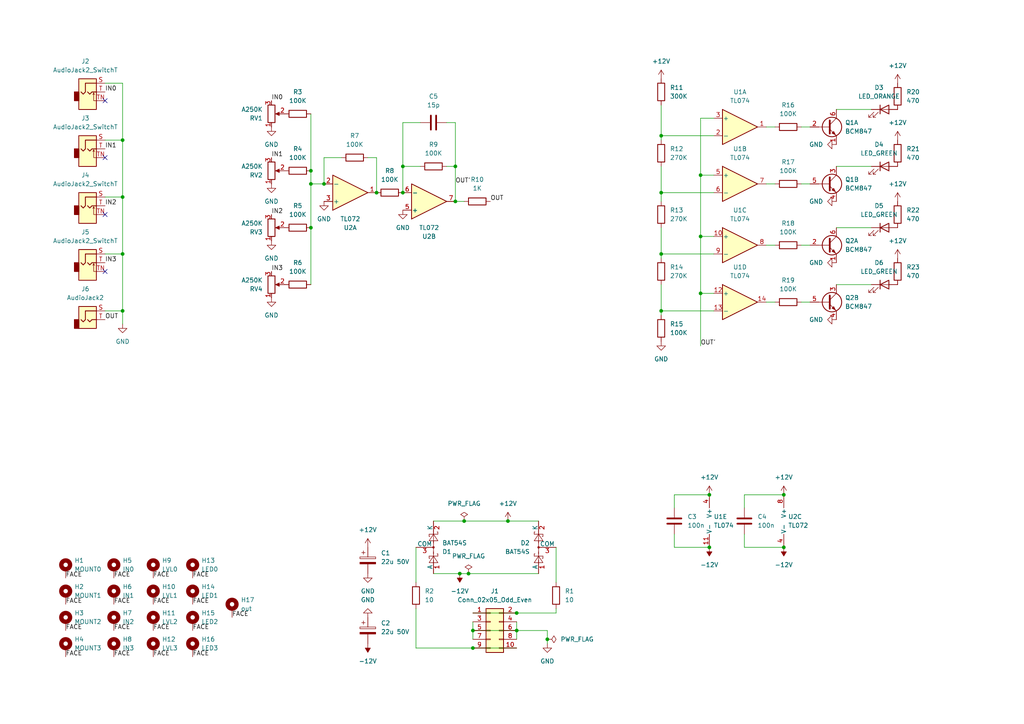
<source format=kicad_sch>
(kicad_sch (version 20230121) (generator eeschema)
  (paper "A4")
  (lib_symbols
    (symbol "Amplifier_Operational:TL072" (pin_names (offset 0.127))
      (property "Reference" "U" (at 0 5.08 0))
      (property "Value" "TL072" (at 0 -5.08 0))
      (symbol "TL072_1_1"
        (polyline (pts (xy -5.08 5.08) (xy 5.08 0) (xy -5.08 -5.08) (xy -5.08 5.08)) (stroke (width 0.254)) (fill (type background)))
        (pin output line (at 7.62 0 180) (length 2.54) (name "~") (number "1"))
        (pin input line (at -7.62 -2.54 0) (length 2.54) (name "-") (number "2"))
        (pin input line (at -7.62 2.54 0) (length 2.54) (name "+") (number "3"))
      )
      (symbol "TL072_2_1"
        (polyline (pts (xy -5.08 5.08) (xy 5.08 0) (xy -5.08 -5.08) (xy -5.08 5.08)) (stroke (width 0.254)) (fill (type background)))
        (pin input line (at -7.62 2.54 0) (length 2.54) (name "+") (number "5"))
        (pin input line (at -7.62 -2.54 0) (length 2.54) (name "-") (number "6"))
        (pin output line (at 7.62 0 180) (length 2.54) (name "~") (number "7"))
      )
      (symbol "TL072_3_1"
        (pin power_in line (at -2.54 -7.62 90) (length 3.81) (name "V-") (number "4"))
        (pin power_in line (at -2.54 7.62 270) (length 3.81) (name "V+") (number "8"))
      )
    )
    (symbol "Amplifier_Operational:TL074" (pin_names (offset 0.127))
      (property "Reference" "U" (at 0 5.08 0))
      (property "Value" "TL074" (at 0 -5.08 0))
      (symbol "TL074_1_1"
        (polyline (pts (xy -5.08 5.08) (xy 5.08 0) (xy -5.08 -5.08) (xy -5.08 5.08)) (stroke (width 0.254)) (fill (type background)))
        (pin output line (at 7.62 0 180) (length 2.54) (name "~") (number "1"))
        (pin input line (at -7.62 -2.54 0) (length 2.54) (name "-") (number "2"))
        (pin input line (at -7.62 2.54 0) (length 2.54) (name "+") (number "3"))
      )
      (symbol "TL074_2_1"
        (polyline (pts (xy -5.08 5.08) (xy 5.08 0) (xy -5.08 -5.08) (xy -5.08 5.08)) (stroke (width 0.254)) (fill (type background)))
        (pin input line (at -7.62 2.54 0) (length 2.54) (name "+") (number "5"))
        (pin input line (at -7.62 -2.54 0) (length 2.54) (name "-") (number "6"))
        (pin output line (at 7.62 0 180) (length 2.54) (name "~") (number "7"))
      )
      (symbol "TL074_3_1"
        (polyline (pts (xy -5.08 5.08) (xy 5.08 0) (xy -5.08 -5.08) (xy -5.08 5.08)) (stroke (width 0.254)) (fill (type background)))
        (pin input line (at -7.62 2.54 0) (length 2.54) (name "+") (number "10"))
        (pin output line (at 7.62 0 180) (length 2.54) (name "~") (number "8"))
        (pin input line (at -7.62 -2.54 0) (length 2.54) (name "-") (number "9"))
      )
      (symbol "TL074_4_1"
        (polyline (pts (xy -5.08 5.08) (xy 5.08 0) (xy -5.08 -5.08) (xy -5.08 5.08)) (stroke (width 0.254)) (fill (type background)))
        (pin input line (at -7.62 2.54 0) (length 2.54) (name "+") (number "12"))
        (pin input line (at -7.62 -2.54 0) (length 2.54) (name "-") (number "13"))
        (pin output line (at 7.62 0 180) (length 2.54) (name "~") (number "14"))
      )
      (symbol "TL074_5_1"
        (pin power_in line (at -2.54 -7.62 90) (length 3.81) (name "V-") (number "11"))
        (pin power_in line (at -2.54 7.62 270) (length 3.81) (name "V+") (number "4"))
      )
    )
    (symbol "Device:C" (pin_numbers hide) (pin_names (offset 0.254))
      (property "Reference" "C" (at 0.635 2.54 0))
      (property "Value" "C" (at 0.635 -2.54 0))
      (symbol "C_0_1"
        (polyline (pts (xy -2.032 -0.762) (xy 2.032 -0.762)) (stroke (width 0.508)))
        (polyline (pts (xy -2.032 0.762) (xy 2.032 0.762)) (stroke (width 0.508)))
      )
      (symbol "C_1_1"
        (pin passive line (at 0 3.81 270) (length 2.794) (name "~") (number "1"))
        (pin passive line (at 0 -3.81 90) (length 2.794) (name "~") (number "2"))
      )
    )
    (symbol "Device:C_Polarized" (pin_numbers hide) (pin_names (offset 0.254))
      (property "Reference" "C" (at 0.635 2.54 0))
      (property "Value" "C_Polarized" (at 0.635 -2.54 0))
      (symbol "C_Polarized_0_1"
        (rectangle (start -2.286 0.508) (end 2.286 1.016))
        (polyline (pts (xy -1.778 2.286) (xy -0.762 2.286)))
        (polyline (pts (xy -1.27 2.794) (xy -1.27 1.778)))
        (rectangle (start 2.286 -0.508) (end -2.286 -1.016) (fill (type outline)))
      )
      (symbol "C_Polarized_1_1"
        (pin passive line (at 0 3.81 270) (length 2.794) (name "~") (number "1"))
        (pin passive line (at 0 -3.81 90) (length 2.794) (name "~") (number "2"))
      )
    )
    (symbol "Device:LED" (pin_numbers hide) (pin_names (offset 1.016) hide)
      (property "Reference" "D" (at 0 2.54 0))
      (property "Value" "LED" (at 0 -2.54 0))
      (symbol "LED_0_1"
        (polyline (pts (xy -1.27 -1.27) (xy -1.27 1.27)) (stroke (width 0.254)))
        (polyline (pts (xy -1.27 0) (xy 1.27 0)))
        (polyline (pts (xy 1.27 -1.27) (xy 1.27 1.27) (xy -1.27 0) (xy 1.27 -1.27)) (stroke (width 0.254)))
        (polyline (pts (xy -3.048 -0.762) (xy -4.572 -2.286) (xy -3.81 -2.286) (xy -4.572 -2.286) (xy -4.572 -1.524)))
        (polyline (pts (xy -1.778 -0.762) (xy -3.302 -2.286) (xy -2.54 -2.286) (xy -3.302 -2.286) (xy -3.302 -1.524)))
      )
      (symbol "LED_1_1"
        (pin passive line (at -3.81 0 0) (length 2.54) (name "K") (number "1"))
        (pin passive line (at 3.81 0 180) (length 2.54) (name "A") (number "2"))
      )
    )
    (symbol "Device:Q_Dual_NPN_NPN_E1B1C2E2B2C1" (pin_names (offset 0) hide)
      (property "Reference" "Q" (at 5.08 1.27 0))
      (property "Value" "Q_Dual_NPN_NPN_E1B1C2E2B2C1" (at 5.08 -1.27 0))
      (symbol "Q_Dual_NPN_NPN_E1B1C2E2B2C1_0_1"
        (polyline (pts (xy 0.635 0) (xy -2.54 0)))
        (polyline (pts (xy 0.635 0.635) (xy 2.54 2.54)))
        (polyline (pts (xy 0.635 -0.635) (xy 2.54 -2.54) (xy 2.54 -2.54)))
        (polyline (pts (xy 0.635 1.905) (xy 0.635 -1.905) (xy 0.635 -1.905)) (stroke (width 0.508)))
        (polyline (pts (xy 1.27 -1.778) (xy 1.778 -1.27) (xy 2.286 -2.286) (xy 1.27 -1.778) (xy 1.27 -1.778)) (fill (type outline)))
        (circle (center 1.27 0) (radius 2.8194) (stroke (width 0.254)))
      )
      (symbol "Q_Dual_NPN_NPN_E1B1C2E2B2C1_1_1"
        (pin passive line (at 2.54 -5.08 90) (length 2.54) (name "E1") (number "1"))
        (pin input line (at -5.08 0 0) (length 2.54) (name "B1") (number "2"))
        (pin passive line (at 2.54 5.08 270) (length 2.54) (name "C1") (number "6"))
      )
      (symbol "Q_Dual_NPN_NPN_E1B1C2E2B2C1_2_1"
        (pin passive line (at 2.54 5.08 270) (length 2.54) (name "C2") (number "3"))
        (pin passive line (at 2.54 -5.08 90) (length 2.54) (name "E2") (number "4"))
        (pin input line (at -5.08 0 0) (length 2.54) (name "B2") (number "5"))
      )
    )
    (symbol "Device:R" (pin_numbers hide) (pin_names (offset 0))
      (property "Reference" "R" (at 2.032 0 90))
      (property "Value" "R" (at 0 0 90))
      (symbol "R_0_1"
        (rectangle (start -1.016 -2.54) (end 1.016 2.54) (stroke (width 0.254)))
      )
      (symbol "R_1_1"
        (pin passive line (at 0 3.81 270) (length 1.27) (name "~") (number "1"))
        (pin passive line (at 0 -3.81 90) (length 1.27) (name "~") (number "2"))
      )
    )
    (symbol "Device:R_Potentiometer" (pin_names (offset 1.016) hide)
      (property "Reference" "RV" (at -4.445 0 90))
      (property "Value" "R_Potentiometer" (at -2.54 0 90))
      (symbol "R_Potentiometer_0_1"
        (polyline (pts (xy 2.54 0) (xy 1.524 0)))
        (polyline (pts (xy 1.143 0) (xy 2.286 0.508) (xy 2.286 -0.508) (xy 1.143 0)) (fill (type outline)))
        (rectangle (start 1.016 2.54) (end -1.016 -2.54) (stroke (width 0.254)))
      )
      (symbol "R_Potentiometer_1_1"
        (pin passive line (at 0 3.81 270) (length 1.27) (name "1") (number "1"))
        (pin passive line (at 3.81 0 180) (length 1.27) (name "2") (number "2"))
        (pin passive line (at 0 -3.81 90) (length 1.27) (name "3") (number "3"))
      )
    )
    (symbol "Eurorack:AudioJack2"
      (property "Reference" "J" (at 0 8.89 0))
      (property "Value" "AudioJack2" (at 0 6.35 0))
      (symbol "AudioJack2_0_1"
        (rectangle (start -3.81 0) (end -2.54 -2.54) (stroke (width 0.254)) (fill (type outline)))
        (rectangle (start -2.54 3.81) (end 2.54 -2.54) (stroke (width 0.254)) (fill (type background)))
        (polyline (pts (xy 0 0) (xy 0.635 -0.635) (xy 1.27 0) (xy 2.54 0)) (stroke (width 0.254)))
        (polyline (pts (xy 2.54 2.54) (xy -0.635 2.54) (xy -0.635 0) (xy -1.27 -0.635) (xy -1.905 0)) (stroke (width 0.254)))
      )
      (symbol "AudioJack2_1_1"
        (pin passive line (at 5.08 2.54 180) (length 2.54) (name "~") (number "S"))
        (pin passive line (at 5.08 0 180) (length 2.54) (name "~") (number "T"))
      )
    )
    (symbol "Eurorack:AudioJack2_SwitchT"
      (property "Reference" "J" (at 0 8.89 0))
      (property "Value" "AudioJack2_SwitchT" (at 0 6.35 0))
      (symbol "AudioJack2_SwitchT_0_1"
        (rectangle (start -2.54 0) (end -3.81 -2.54) (stroke (width 0.254)) (fill (type outline)))
        (rectangle (start -2.54 3.81) (end 2.54 -5.08) (stroke (width 0.254)) (fill (type background)))
        (polyline (pts (xy 1.778 -0.254) (xy 2.032 -0.762)))
        (polyline (pts (xy 0 0) (xy 0.635 -0.635) (xy 1.27 0) (xy 2.54 0)) (stroke (width 0.254)))
        (polyline (pts (xy 2.54 -2.54) (xy 1.778 -2.54) (xy 1.778 -0.254) (xy 1.524 -0.762)))
        (polyline (pts (xy 2.54 2.54) (xy -0.635 2.54) (xy -0.635 0) (xy -1.27 -0.635) (xy -1.905 0)) (stroke (width 0.254)))
      )
      (symbol "AudioJack2_SwitchT_1_1"
        (pin passive line (at 5.08 2.54 180) (length 2.54) (name "~") (number "S"))
        (pin passive line (at 5.08 0 180) (length 2.54) (name "~") (number "T"))
        (pin passive line (at 5.08 -2.54 180) (length 2.54) (name "~") (number "TN"))
      )
    )
    (symbol "Eurorack:BAT54S" (pin_names (offset 0))
      (property "Reference" "D" (at 2.54 -5.08 0))
      (property "Value" "BAT54S" (at -6.35 3.175 0))
      (symbol "BAT54S_0_1"
        (polyline (pts (xy -3.81 0) (xy -1.27 0)))
        (polyline (pts (xy -3.175 -1.27) (xy -3.175 -1.016)))
        (polyline (pts (xy -2.54 -1.27) (xy -3.175 -1.27)))
        (polyline (pts (xy -2.54 -1.27) (xy -2.54 1.27)))
        (polyline (pts (xy -2.54 1.27) (xy -1.905 1.27)))
        (polyline (pts (xy -1.905 0) (xy 1.905 0)))
        (polyline (pts (xy -1.905 1.27) (xy -1.905 1.016)))
        (polyline (pts (xy 1.27 0) (xy 3.81 0)))
        (polyline (pts (xy 3.175 -1.27) (xy 3.175 -1.016)))
        (polyline (pts (xy 3.81 -1.27) (xy 3.175 -1.27)))
        (polyline (pts (xy 3.81 -1.27) (xy 3.81 1.27)))
        (polyline (pts (xy 3.81 1.27) (xy 4.445 1.27)))
        (polyline (pts (xy 4.445 1.27) (xy 4.445 1.016)))
        (polyline (pts (xy -4.445 1.27) (xy -4.445 -1.27) (xy -2.54 0) (xy -4.445 1.27)))
        (polyline (pts (xy 1.905 1.27) (xy 1.905 -1.27) (xy 3.81 0) (xy 1.905 1.27)))
        (circle (center 0 0) (radius 0.254) (fill (type outline)))
      )
      (symbol "BAT54S_1_1"
        (pin passive line (at -7.62 0 0) (length 3.81) (name "A") (number "1"))
        (pin passive line (at 7.62 0 180) (length 3.81) (name "K") (number "2"))
        (pin passive line (at 0 -5.08 90) (length 5.08) (name "COM") (number "3"))
      )
    )
    (symbol "Eurorack:Conn_02x05_Odd_Even" (pin_names (offset 1.016) hide)
      (property "Reference" "J" (at 1.27 7.62 0))
      (property "Value" "Conn_02x05_Odd_Even" (at 1.27 -7.62 0))
      (symbol "Conn_02x05_Odd_Even_1_1"
        (rectangle (start -1.27 -4.953) (end 0 -5.207) (stroke (width 0.1524)))
        (rectangle (start -1.27 -2.413) (end 0 -2.667) (stroke (width 0.1524)))
        (rectangle (start -1.27 0.127) (end 0 -0.127) (stroke (width 0.1524)))
        (rectangle (start -1.27 2.667) (end 0 2.413) (stroke (width 0.1524)))
        (rectangle (start -1.27 5.207) (end 0 4.953) (stroke (width 0.1524)))
        (rectangle (start -1.27 6.35) (end 3.81 -6.35) (stroke (width 0.254)) (fill (type background)))
        (rectangle (start 3.81 -4.953) (end 2.54 -5.207) (stroke (width 0.1524)))
        (rectangle (start 3.81 -2.413) (end 2.54 -2.667) (stroke (width 0.1524)))
        (rectangle (start 3.81 0.127) (end 2.54 -0.127) (stroke (width 0.1524)))
        (rectangle (start 3.81 2.667) (end 2.54 2.413) (stroke (width 0.1524)))
        (rectangle (start 3.81 5.207) (end 2.54 4.953) (stroke (width 0.1524)))
        (pin passive line (at -5.08 5.08 0) (length 3.81) (name "Pin_1") (number "1"))
        (pin passive line (at 7.62 -5.08 180) (length 3.81) (name "Pin_10") (number "10"))
        (pin passive line (at 7.62 5.08 180) (length 3.81) (name "Pin_2") (number "2"))
        (pin passive line (at -5.08 2.54 0) (length 3.81) (name "Pin_3") (number "3"))
        (pin passive line (at 7.62 2.54 180) (length 3.81) (name "Pin_4") (number "4"))
        (pin passive line (at -5.08 0 0) (length 3.81) (name "Pin_5") (number "5"))
        (pin passive line (at 7.62 0 180) (length 3.81) (name "Pin_6") (number "6"))
        (pin passive line (at -5.08 -2.54 0) (length 3.81) (name "Pin_7") (number "7"))
        (pin passive line (at 7.62 -2.54 180) (length 3.81) (name "Pin_8") (number "8"))
        (pin passive line (at -5.08 -5.08 0) (length 3.81) (name "Pin_9") (number "9"))
      )
    )
    (symbol "Eurorack:MountingHole_Pad_Output" (pin_numbers hide) (pin_names (offset 1.016) hide) (in_bom no)
      (property "Reference" "H" (at 0 6.35 0))
      (property "Value" "MountingHole_Pad_Output" (at 0 4.445 0))
      (symbol "MountingHole_Pad_Output_0_1"
        (circle (center 0 1.27) (radius 1.27) (stroke (width 1.27)))
      )
      (symbol "MountingHole_Pad_Output_1_1"
        (pin output line (at 0 -2.54 90) (length 2.54) (name "1") (number "1"))
      )
    )
    (symbol "Mechanical:MountingHole_Pad" (pin_numbers hide) (pin_names (offset 1.016) hide)
      (property "Reference" "H" (at 0 6.35 0))
      (property "Value" "MountingHole_Pad" (at 0 4.445 0))
      (symbol "MountingHole_Pad_0_1"
        (circle (center 0 1.27) (radius 1.27) (stroke (width 1.27)))
      )
      (symbol "MountingHole_Pad_1_1"
        (pin input line (at 0 -2.54 90) (length 2.54) (name "1") (number "1"))
      )
    )
    (symbol "power:+12V" (power) (pin_names (offset 0))
      (property "Value" "+12V" (at 0 3.556 0))
      (symbol "+12V_0_1"
        (polyline (pts (xy -0.762 1.27) (xy 0 2.54)))
        (polyline (pts (xy 0 0) (xy 0 2.54)))
        (polyline (pts (xy 0 2.54) (xy 0.762 1.27)))
      )
      (symbol "+12V_1_1"
        (pin power_in line (at 0 0 90) (length 0) hide (name "+12V") (number "1"))
      )
    )
    (symbol "power:-12V" (power) (pin_names (offset 0))
      (property "Value" "-12V" (at 0 3.81 0))
      (symbol "-12V_0_0"
        (pin power_in line (at 0 0 90) (length 0) hide (name "-12V") (number "1"))
      )
      (symbol "-12V_0_1"
        (polyline (pts (xy 0 0) (xy 0 1.27) (xy 0.762 1.27) (xy 0 2.54) (xy -0.762 1.27) (xy 0 1.27)) (fill (type outline)))
      )
    )
    (symbol "power:GND" (power) (pin_names (offset 0))
      (property "Value" "GND" (at 0 -3.81 0))
      (symbol "GND_0_1"
        (polyline (pts (xy 0 0) (xy 0 -1.27) (xy 1.27 -1.27) (xy 0 -2.54) (xy -1.27 -1.27) (xy 0 -1.27)))
      )
      (symbol "GND_1_1"
        (pin power_in line (at 0 0 270) (length 0) hide (name "GND") (number "1"))
      )
    )
    (symbol "power:PWR_FLAG" (power) (pin_numbers hide) (pin_names (offset 0) hide)
      (property "Value" "PWR_FLAG" (at 0 3.81 0))
      (symbol "PWR_FLAG_0_0"
        (pin power_out line (at 0 0 90) (length 0) (name "pwr") (number "1"))
      )
      (symbol "PWR_FLAG_0_1"
        (polyline (pts (xy 0 0) (xy 0 1.27) (xy -1.016 1.905) (xy 0 2.54) (xy 1.016 1.905) (xy 0 1.27)))
      )
    )
  )
  (junction (at 158.75 185.42))
  (junction (at 35.56 90.17))
  (junction (at 203.2 85.09))
  (junction (at 133.35 166.37))
  (junction (at 134.62 151.13))
  (junction (at 149.86 182.88))
  (junction (at 132.08 48.26))
  (junction (at 90.17 66.04))
  (junction (at 90.17 53.34))
  (junction (at 116.84 48.26))
  (junction (at 191.77 73.66))
  (junction (at 191.77 39.37))
  (junction (at 135.89 166.37))
  (junction (at 147.32 151.13))
  (junction (at 35.56 40.64))
  (junction (at 203.2 50.8))
  (junction (at 149.86 177.8))
  (junction (at 191.77 90.17))
  (junction (at 109.22 55.88))
  (junction (at 35.56 73.66))
  (junction (at 191.77 55.88))
  (junction (at 35.56 57.15))
  (junction (at 137.16 187.96))
  (junction (at 93.98 53.34))
  (junction (at 227.33 143.51))
  (junction (at 132.08 58.42))
  (junction (at 116.84 55.88))
  (junction (at 205.74 158.75))
  (junction (at 205.74 143.51))
  (junction (at 227.33 158.75))
  (junction (at 203.2 68.58))
  (junction (at 90.17 49.53))
  (junction (at 137.16 182.88))
  (no_connect (at 30.48 78.74))
  (no_connect (at 30.48 29.21))
  (no_connect (at 30.48 45.72))
  (no_connect (at 30.48 62.23))
  (wire (pts (xy 203.2 85.09) (xy 203.2 100.33)))
  (wire (pts (xy 191.77 90.17) (xy 207.01 90.17)))
  (wire (pts (xy 232.41 87.63) (xy 234.95 87.63)))
  (wire (pts (xy 35.56 57.15) (xy 35.56 73.66)))
  (wire (pts (xy 195.58 158.75) (xy 205.74 158.75)))
  (wire (pts (xy 203.2 68.58) (xy 207.01 68.58)))
  (wire (pts (xy 242.57 48.26) (xy 252.73 48.26)))
  (wire (pts (xy 191.77 55.88) (xy 207.01 55.88)))
  (wire (pts (xy 191.77 73.66) (xy 191.77 74.93)))
  (wire (pts (xy 161.29 176.53) (xy 161.29 177.8)))
  (wire (pts (xy 133.35 166.37) (xy 135.89 166.37)))
  (wire (pts (xy 120.65 158.75) (xy 120.65 168.91)))
  (wire (pts (xy 149.86 180.34) (xy 149.86 182.88)))
  (wire (pts (xy 222.25 53.34) (xy 224.79 53.34)))
  (wire (pts (xy 30.48 73.66) (xy 35.56 73.66)))
  (wire (pts (xy 30.48 57.15) (xy 35.56 57.15)))
  (wire (pts (xy 203.2 85.09) (xy 207.01 85.09)))
  (wire (pts (xy 30.48 24.13) (xy 35.56 24.13)))
  (wire (pts (xy 203.2 68.58) (xy 203.2 85.09)))
  (wire (pts (xy 116.84 48.26) (xy 116.84 55.88)))
  (wire (pts (xy 215.9 158.75) (xy 227.33 158.75)))
  (wire (pts (xy 106.68 45.72) (xy 109.22 45.72)))
  (wire (pts (xy 195.58 143.51) (xy 205.74 143.51)))
  (wire (pts (xy 232.41 53.34) (xy 234.95 53.34)))
  (wire (pts (xy 137.16 177.8) (xy 149.86 177.8)))
  (wire (pts (xy 35.56 90.17) (xy 35.56 93.98)))
  (wire (pts (xy 242.57 82.55) (xy 252.73 82.55)))
  (wire (pts (xy 147.32 151.13) (xy 156.21 151.13)))
  (wire (pts (xy 137.16 182.88) (xy 149.86 182.88)))
  (wire (pts (xy 125.73 151.13) (xy 134.62 151.13)))
  (wire (pts (xy 125.73 166.37) (xy 133.35 166.37)))
  (wire (pts (xy 215.9 143.51) (xy 227.33 143.51)))
  (wire (pts (xy 93.98 53.34) (xy 93.98 45.72)))
  (wire (pts (xy 222.25 36.83) (xy 224.79 36.83)))
  (wire (pts (xy 134.62 151.13) (xy 147.32 151.13)))
  (wire (pts (xy 137.16 187.96) (xy 149.86 187.96)))
  (wire (pts (xy 90.17 33.02) (xy 90.17 49.53)))
  (wire (pts (xy 191.77 82.55) (xy 191.77 90.17)))
  (wire (pts (xy 195.58 147.32) (xy 195.58 143.51)))
  (wire (pts (xy 191.77 30.48) (xy 191.77 39.37)))
  (wire (pts (xy 90.17 66.04) (xy 90.17 82.55)))
  (wire (pts (xy 203.2 50.8) (xy 207.01 50.8)))
  (wire (pts (xy 35.56 73.66) (xy 35.56 90.17)))
  (wire (pts (xy 215.9 147.32) (xy 215.9 143.51)))
  (wire (pts (xy 120.65 187.96) (xy 137.16 187.96)))
  (wire (pts (xy 121.92 35.56) (xy 116.84 35.56)))
  (wire (pts (xy 191.77 39.37) (xy 207.01 39.37)))
  (wire (pts (xy 191.77 73.66) (xy 207.01 73.66)))
  (wire (pts (xy 191.77 55.88) (xy 191.77 58.42)))
  (wire (pts (xy 137.16 180.34) (xy 137.16 182.88)))
  (wire (pts (xy 30.48 90.17) (xy 35.56 90.17)))
  (wire (pts (xy 149.86 177.8) (xy 161.29 177.8)))
  (wire (pts (xy 149.86 182.88) (xy 149.86 185.42)))
  (wire (pts (xy 242.57 66.04) (xy 252.73 66.04)))
  (wire (pts (xy 203.2 34.29) (xy 203.2 50.8)))
  (wire (pts (xy 129.54 48.26) (xy 132.08 48.26)))
  (wire (pts (xy 232.41 71.12) (xy 234.95 71.12)))
  (wire (pts (xy 161.29 158.75) (xy 161.29 168.91)))
  (wire (pts (xy 132.08 58.42) (xy 134.62 58.42)))
  (wire (pts (xy 158.75 186.69) (xy 158.75 185.42)))
  (wire (pts (xy 120.65 176.53) (xy 120.65 187.96)))
  (wire (pts (xy 93.98 45.72) (xy 99.06 45.72)))
  (wire (pts (xy 203.2 50.8) (xy 203.2 68.58)))
  (wire (pts (xy 132.08 35.56) (xy 132.08 48.26)))
  (wire (pts (xy 191.77 90.17) (xy 191.77 91.44)))
  (wire (pts (xy 191.77 39.37) (xy 191.77 40.64)))
  (wire (pts (xy 222.25 71.12) (xy 224.79 71.12)))
  (wire (pts (xy 116.84 35.56) (xy 116.84 48.26)))
  (wire (pts (xy 135.89 166.37) (xy 156.21 166.37)))
  (wire (pts (xy 222.25 87.63) (xy 224.79 87.63)))
  (wire (pts (xy 90.17 53.34) (xy 90.17 66.04)))
  (wire (pts (xy 158.75 182.88) (xy 149.86 182.88)))
  (wire (pts (xy 242.57 31.75) (xy 252.73 31.75)))
  (wire (pts (xy 191.77 66.04) (xy 191.77 73.66)))
  (wire (pts (xy 30.48 40.64) (xy 35.56 40.64)))
  (wire (pts (xy 109.22 45.72) (xy 109.22 55.88)))
  (wire (pts (xy 90.17 49.53) (xy 90.17 53.34)))
  (wire (pts (xy 232.41 36.83) (xy 234.95 36.83)))
  (wire (pts (xy 137.16 182.88) (xy 137.16 185.42)))
  (wire (pts (xy 90.17 53.34) (xy 93.98 53.34)))
  (wire (pts (xy 35.56 40.64) (xy 35.56 57.15)))
  (wire (pts (xy 215.9 154.94) (xy 215.9 158.75)))
  (wire (pts (xy 121.92 48.26) (xy 116.84 48.26)))
  (wire (pts (xy 191.77 48.26) (xy 191.77 55.88)))
  (wire (pts (xy 158.75 185.42) (xy 158.75 182.88)))
  (wire (pts (xy 132.08 48.26) (xy 132.08 58.42)))
  (wire (pts (xy 195.58 154.94) (xy 195.58 158.75)))
  (wire (pts (xy 129.54 35.56) (xy 132.08 35.56)))
  (wire (pts (xy 207.01 34.29) (xy 203.2 34.29)))
  (wire (pts (xy 35.56 24.13) (xy 35.56 40.64)))
  (label "IN3" (at 30.48 76.2 0))
  (label "IN1" (at 30.48 43.18 0))
  (label "FACE" (at 33.02 182.88 0))
  (label "FACE" (at 55.88 190.5 0))
  (label "FACE" (at 44.45 182.88 0))
  (label "FACE" (at 55.88 167.64 0))
  (label "FACE" (at 33.02 167.64 0))
  (label "OUT'" (at 203.2 100.33 0))
  (label "FACE" (at 55.88 182.88 0))
  (label "FACE" (at 19.05 175.26 0))
  (label "FACE" (at 44.45 167.64 0))
  (label "FACE" (at 19.05 182.88 0))
  (label "IN1" (at 78.74 45.72 0))
  (label "IN0" (at 30.48 26.67 0))
  (label "IN0" (at 78.74 29.21 0))
  (label "FACE" (at 44.45 175.26 0))
  (label "FACE" (at 33.02 175.26 0))
  (label "OUT" (at 142.24 58.42 0))
  (label "FACE" (at 19.05 190.5 0))
  (label "OUT" (at 30.48 92.71 0))
  (label "OUT'" (at 132.08 53.34 0))
  (label "IN2" (at 78.74 62.23 0))
  (label "FACE" (at 33.02 190.5 0))
  (label "FACE" (at 67.31 179.07 0))
  (label "FACE" (at 44.45 190.5 0))
  (label "FACE" (at 19.05 167.64 0))
  (label "IN2" (at 30.48 59.69 0))
  (label "IN3" (at 78.74 78.74 0))
  (label "FACE" (at 55.88 175.26 0))
  (symbol (lib_id "Mechanical:MountingHole_Pad") (at 33.02 172.72 0) (unit 1) (in_bom no)
    (property "Reference" "H6" (at 35.56 170.18 0) (effects (justify left)))
    (property "Value" "IN1" (at 35.56 172.72 0) (effects (justify left)))
    (property "Footprint" "Eurorack:Mech-AudioJack-Hole" (effects hide))
  )
  (symbol (lib_id "Mechanical:MountingHole_Pad") (at 19.05 180.34 0) (unit 1) (in_bom no)
    (property "Reference" "H3" (at 21.59 177.8 0) (effects (justify left)))
    (property "Value" "MOUNT2" (at 21.59 180.34 0) (effects (justify left)))
    (property "Footprint" "Eurorack:Mech-MountingHole" (effects hide))
  )
  (symbol (lib_id "power:GND") (at 35.56 93.98 0) (unit 1)
    (property "Reference" "#PWR023" (effects hide))
    (property "Value" "GND" (at 35.56 99.06 0))
  )
  (symbol (lib_id "power:PWR_FLAG") (at 158.75 185.42 270) (unit 1)
    (property "Reference" "#FLG01" (effects hide))
    (property "Value" "PWR_FLAG" (at 162.56 185.42 90) (effects (justify left)))
  )
  (symbol (lib_id "power:-12V") (at 205.74 158.75 180) (unit 1)
    (property "Reference" "#PWR09" (effects hide))
    (property "Value" "-12V" (at 205.74 163.83 0))
  )
  (symbol (lib_id "Mechanical:MountingHole_Pad") (at 19.05 165.1 0) (unit 1) (in_bom no)
    (property "Reference" "H1" (at 21.59 162.56 0) (effects (justify left)))
    (property "Value" "MOUNT0" (at 21.59 165.1 0) (effects (justify left)))
    (property "Footprint" "Eurorack:Mech-MountingHole" (effects hide))
  )
  (symbol (lib_id "power:GND") (at 158.75 186.69 0) (unit 1)
    (property "Reference" "#PWR01" (effects hide))
    (property "Value" "GND" (at 158.75 191.77 0))
  )
  (symbol (lib_id "power:GND") (at 78.74 36.83 0) (unit 1)
    (property "Reference" "#PWR024" (effects hide))
    (property "Value" "GND" (at 78.74 41.91 0))
  )
  (symbol (lib_id "power:GND") (at 78.74 53.34 0) (unit 1)
    (property "Reference" "#PWR025" (effects hide))
    (property "Value" "GND" (at 78.74 58.42 0))
  )
  (symbol (lib_id "Eurorack:AudioJack2_SwitchT") (at 25.4 43.18 0) (unit 1)
    (property "Reference" "J3" (at 24.765 34.29 0))
    (property "Value" "AudioJack2_SwitchT" (at 24.765 36.83 0))
    (property "Footprint" "Eurorack:AudioJack2_Tayda_A-2566" (effects hide))
    (property "Vendor" "Tayda" (effects hide))
    (property "PartNum" "A-2566" (effects hide))
  )
  (symbol (lib_id "Amplifier_Operational:TL074") (at 214.63 36.83 0) (unit 1)
    (property "Reference" "U1" (at 214.63 26.67 0))
    (property "Value" "TL074" (at 214.63 29.21 0))
    (property "Footprint" "Package_SO:SOIC-14_3.9x8.7mm_P1.27mm" (effects hide))
    (property "Datasheet" "http://www.ti.com/lit/ds/symlink/tl071.pdf" (effects hide))
    (property "Vendor" "Mouser" (effects hide))
    (property "PartNum" "595-TL074CDR" (effects hide))
  )
  (symbol (lib_id "Eurorack:AudioJack2_SwitchT") (at 25.4 59.69 0) (unit 1)
    (property "Reference" "J4" (at 24.765 50.8 0))
    (property "Value" "AudioJack2_SwitchT" (at 24.765 53.34 0))
    (property "Footprint" "Eurorack:AudioJack2_Tayda_A-2566" (effects hide))
    (property "Vendor" "Tayda" (effects hide))
    (property "PartNum" "A-2566" (effects hide))
  )
  (symbol (lib_id "Device:R") (at 86.36 66.04 90) (unit 1)
    (property "Reference" "R5" (at 86.36 59.69 90))
    (property "Value" "100K" (at 86.36 62.23 90))
    (property "Footprint" "Resistor_SMD:R_0805_2012Metric" (effects hide))
  )
  (symbol (lib_id "Device:R_Potentiometer") (at 78.74 82.55 0) (mirror x) (unit 1)
    (property "Reference" "RV4" (at 76.2 83.82 0) (effects (justify right)))
    (property "Value" "A250K" (at 76.2 81.28 0) (effects (justify right)))
    (property "Footprint" "Eurorack:Potentiometer_RV16AF-41-15R1" (effects hide))
  )
  (symbol (lib_id "Eurorack:Conn_02x05_Odd_Even") (at 142.24 182.88 0) (unit 1)
    (property "Reference" "J1" (at 143.51 171.45 0))
    (property "Value" "Conn_02x05_Odd_Even" (at 143.51 173.99 0))
    (property "Footprint" "Eurorack:PinHeader_2x05_P2.54mm_Vertical" (effects hide))
    (property "Vendor" "Tayda" (effects hide))
    (property "PartNum" "A-2939" (effects hide))
  )
  (symbol (lib_id "power:-12V") (at 133.35 166.37 180) (unit 1)
    (property "Reference" "#PWR03" (effects hide))
    (property "Value" "-12V" (at 133.35 171.45 0))
  )
  (symbol (lib_id "Device:R") (at 260.35 78.74 0) (unit 1)
    (property "Reference" "R23" (at 262.89 77.47 0) (effects (justify left)))
    (property "Value" "470" (at 262.89 80.01 0) (effects (justify left)))
    (property "Footprint" "Resistor_SMD:R_0805_2012Metric" (effects hide))
  )
  (symbol (lib_id "power:+12V") (at 260.35 74.93 0) (unit 1)
    (property "Reference" "#PWR017" (effects hide))
    (property "Value" "+12V" (at 260.35 69.85 0))
  )
  (symbol (lib_id "power:-12V") (at 227.33 158.75 180) (unit 1)
    (property "Reference" "#PWR022" (effects hide))
    (property "Value" "-12V" (at 227.33 163.83 0))
  )
  (symbol (lib_id "Device:Q_Dual_NPN_NPN_E1B1C2E2B2C1") (at 240.03 36.83 0) (unit 1)
    (property "Reference" "Q1" (at 245.11 35.56 0) (effects (justify left)))
    (property "Value" "BCM847" (at 245.11 38.1 0) (effects (justify left)))
    (property "Footprint" "Package_SO:TSOP-6_1.65x3.05mm_P0.95mm" (effects hide))
    (property "Vendor" "Mouser" (effects hide))
    (property "PartNum" "771-BCM847DS135" (effects hide))
  )
  (symbol (lib_id "Device:R") (at 260.35 62.23 0) (unit 1)
    (property "Reference" "R22" (at 262.89 60.96 0) (effects (justify left)))
    (property "Value" "470" (at 262.89 63.5 0) (effects (justify left)))
    (property "Footprint" "Resistor_SMD:R_0805_2012Metric" (effects hide))
  )
  (symbol (lib_id "Device:LED") (at 256.54 31.75 0) (unit 1)
    (property "Reference" "D3" (at 254.9525 25.4 0))
    (property "Value" "LED_ORANGE" (at 254.9525 27.94 0))
    (property "Footprint" "LED_THT:LED_D3.0mm" (effects hide))
  )
  (symbol (lib_id "Device:R") (at 125.73 48.26 90) (unit 1)
    (property "Reference" "R9" (at 125.73 41.91 90))
    (property "Value" "100K" (at 125.73 44.45 90))
    (property "Footprint" "Resistor_SMD:R_0805_2012Metric" (effects hide))
  )
  (symbol (lib_id "power:+12V") (at 260.35 40.64 0) (unit 1)
    (property "Reference" "#PWR015" (effects hide))
    (property "Value" "+12V" (at 260.35 35.56 0))
  )
  (symbol (lib_id "Device:R") (at 102.87 45.72 90) (unit 1)
    (property "Reference" "R7" (at 102.87 39.37 90))
    (property "Value" "100K" (at 102.87 41.91 90))
    (property "Footprint" "Resistor_SMD:R_0805_2012Metric" (effects hide))
  )
  (symbol (lib_id "Device:R") (at 228.6 87.63 90) (unit 1)
    (property "Reference" "R19" (at 228.6 81.28 90))
    (property "Value" "100K" (at 228.6 83.82 90))
    (property "Footprint" "Resistor_SMD:R_0805_2012Metric" (effects hide))
  )
  (symbol (lib_id "Device:Q_Dual_NPN_NPN_E1B1C2E2B2C1") (at 240.03 53.34 0) (unit 2)
    (property "Reference" "Q1" (at 245.11 52.07 0) (effects (justify left)))
    (property "Value" "BCM847" (at 245.11 54.61 0) (effects (justify left)))
    (property "Footprint" "Package_SO:TSOP-6_1.65x3.05mm_P0.95mm" (effects hide))
    (property "Vendor" "Mouser" (effects hide))
    (property "PartNum" "771-BCM847DS135" (effects hide))
  )
  (symbol (lib_id "Device:R") (at 86.36 33.02 90) (unit 1)
    (property "Reference" "R3" (at 86.36 26.67 90))
    (property "Value" "100K" (at 86.36 29.21 90))
    (property "Footprint" "Resistor_SMD:R_0805_2012Metric" (effects hide))
  )
  (symbol (lib_id "Mechanical:MountingHole_Pad") (at 44.45 172.72 0) (unit 1) (in_bom no)
    (property "Reference" "H10" (at 46.99 170.18 0) (effects (justify left)))
    (property "Value" "LVL1" (at 46.99 172.72 0) (effects (justify left)))
    (property "Footprint" "Eurorack:Mech-Potentiometer-Hole_level_90deg" (effects hide))
  )
  (symbol (lib_id "Amplifier_Operational:TL074") (at 214.63 71.12 0) (unit 3)
    (property "Reference" "U1" (at 214.63 60.96 0))
    (property "Value" "TL074" (at 214.63 63.5 0))
    (property "Footprint" "Package_SO:SOIC-14_3.9x8.7mm_P1.27mm" (effects hide))
    (property "Datasheet" "http://www.ti.com/lit/ds/symlink/tl071.pdf" (effects hide))
    (property "Vendor" "Mouser" (effects hide))
    (property "PartNum" "595-TL074CDR" (effects hide))
  )
  (symbol (lib_id "power:GND") (at 106.68 166.37 0) (unit 1)
    (property "Reference" "#PWR04" (effects hide))
    (property "Value" "GND" (at 106.68 171.45 0))
  )
  (symbol (lib_id "Mechanical:MountingHole_Pad") (at 55.88 180.34 0) (unit 1) (in_bom no)
    (property "Reference" "H15" (at 58.42 177.8 0) (effects (justify left)))
    (property "Value" "LED2" (at 58.42 180.34 0) (effects (justify left)))
    (property "Footprint" "Eurorack:Mech-LED-Hole-3mm-Bezel" (effects hide))
  )
  (symbol (lib_id "Device:LED") (at 256.54 66.04 0) (unit 1)
    (property "Reference" "D5" (at 254.9525 59.69 0))
    (property "Value" "LED_GREEN" (at 254.9525 62.23 0))
    (property "Footprint" "LED_THT:LED_D3.0mm" (effects hide))
  )
  (symbol (lib_id "Mechanical:MountingHole_Pad") (at 44.45 165.1 0) (unit 1) (in_bom no)
    (property "Reference" "H9" (at 46.99 162.56 0) (effects (justify left)))
    (property "Value" "LVL0" (at 46.99 165.1 0) (effects (justify left)))
    (property "Footprint" "Eurorack:Mech-Potentiometer-Hole_level_90deg" (effects hide))
  )
  (symbol (lib_id "power:+12V") (at 147.32 151.13 0) (unit 1)
    (property "Reference" "#PWR02" (effects hide))
    (property "Value" "+12V" (at 147.32 146.05 0))
  )
  (symbol (lib_id "Device:Q_Dual_NPN_NPN_E1B1C2E2B2C1") (at 240.03 71.12 0) (unit 1)
    (property "Reference" "Q2" (at 245.11 69.85 0) (effects (justify left)))
    (property "Value" "BCM847" (at 245.11 72.39 0) (effects (justify left)))
    (property "Footprint" "Package_SO:TSOP-6_1.65x3.05mm_P0.95mm" (effects hide))
    (property "Vendor" "Mouser" (effects hide))
    (property "PartNum" "771-BCM847DS135" (effects hide))
  )
  (symbol (lib_id "Device:R") (at 191.77 62.23 0) (unit 1)
    (property "Reference" "R13" (at 194.31 60.96 0) (effects (justify left)))
    (property "Value" "270K" (at 194.31 63.5 0) (effects (justify left)))
    (property "Footprint" "Resistor_SMD:R_0805_2012Metric" (effects hide))
  )
  (symbol (lib_id "Mechanical:MountingHole_Pad") (at 55.88 187.96 0) (unit 1) (in_bom no)
    (property "Reference" "H16" (at 58.42 185.42 0) (effects (justify left)))
    (property "Value" "LED3" (at 58.42 187.96 0) (effects (justify left)))
    (property "Footprint" "Eurorack:Mech-LED-Hole-3mm-Bezel" (effects hide))
  )
  (symbol (lib_id "Eurorack:MountingHole_Pad_Output") (at 67.31 176.53 0) (unit 1) (in_bom no)
    (property "Reference" "H17" (at 69.85 173.99 0) (effects (justify left)))
    (property "Value" "out" (at 69.85 176.53 0) (effects (justify left)))
    (property "Footprint" "Eurorack:Mech-Hole-10mm" (effects hide))
    (property "Vendor" "Mouser" (effects hide))
    (property "PartNum" "595-TL072CDR" (effects hide))
  )
  (symbol (lib_id "Mechanical:MountingHole_Pad") (at 33.02 187.96 0) (unit 1) (in_bom no)
    (property "Reference" "H8" (at 35.56 185.42 0) (effects (justify left)))
    (property "Value" "IN3" (at 35.56 187.96 0) (effects (justify left)))
    (property "Footprint" "Eurorack:Mech-AudioJack-Hole" (effects hide))
  )
  (symbol (lib_id "power:+12V") (at 260.35 58.42 0) (unit 1)
    (property "Reference" "#PWR016" (effects hide))
    (property "Value" "+12V" (at 260.35 53.34 0))
  )
  (symbol (lib_id "Device:R") (at 191.77 78.74 0) (unit 1)
    (property "Reference" "R14" (at 194.31 77.47 0) (effects (justify left)))
    (property "Value" "270K" (at 194.31 80.01 0) (effects (justify left)))
    (property "Footprint" "Resistor_SMD:R_0805_2012Metric" (effects hide))
  )
  (symbol (lib_id "power:PWR_FLAG") (at 135.89 166.37 0) (unit 1)
    (property "Reference" "#FLG02" (effects hide))
    (property "Value" "PWR_FLAG" (at 135.89 161.29 0))
  )
  (symbol (lib_id "power:GND") (at 78.74 86.36 0) (unit 1)
    (property "Reference" "#PWR027" (effects hide))
    (property "Value" "GND" (at 78.74 91.44 0))
  )
  (symbol (lib_id "power:GND") (at 242.57 76.2 270) (unit 1)
    (property "Reference" "#PWR012" (effects hide))
    (property "Value" "GND" (at 238.76 76.2 90) (effects (justify right)))
  )
  (symbol (lib_id "Eurorack:BAT54S") (at 125.73 158.75 270) (mirror x) (unit 1)
    (property "Reference" "D1" (at 128.27 160.02 90) (effects (justify left)))
    (property "Value" "BAT54S" (at 128.27 157.48 90) (effects (justify left)))
    (property "Footprint" "Package_TO_SOT_SMD:SOT-23" (effects hide))
    (property "Datasheet" "https://www.diodes.com/assets/Datasheets/ds11005.pdf" (effects hide))
    (property "Vendor" "Mouser" (effects hide))
    (property "PartNum" "863-BAT54SLT1G" (effects hide))
  )
  (symbol (lib_id "Eurorack:AudioJack2") (at 25.4 92.71 0) (unit 1)
    (property "Reference" "J6" (at 24.765 83.82 0))
    (property "Value" "AudioJack2" (at 24.765 86.36 0))
    (property "Footprint" "Eurorack:AudioJack2_Tayda_A-1009" (effects hide))
    (property "Vendor" "Tayda" (effects hide))
    (property "PartNum" "A-1009" (effects hide))
  )
  (symbol (lib_id "Eurorack:AudioJack2_SwitchT") (at 25.4 26.67 0) (unit 1)
    (property "Reference" "J2" (at 24.765 17.78 0))
    (property "Value" "AudioJack2_SwitchT" (at 24.765 20.32 0))
    (property "Footprint" "Eurorack:AudioJack2_Tayda_A-2566" (effects hide))
    (property "Vendor" "Tayda" (effects hide))
    (property "PartNum" "A-2566" (effects hide))
  )
  (symbol (lib_id "Device:R") (at 260.35 44.45 0) (unit 1)
    (property "Reference" "R21" (at 262.89 43.18 0) (effects (justify left)))
    (property "Value" "470" (at 262.89 45.72 0) (effects (justify left)))
    (property "Footprint" "Resistor_SMD:R_0805_2012Metric" (effects hide))
  )
  (symbol (lib_id "Device:C_Polarized") (at 106.68 162.56 0) (unit 1)
    (property "Reference" "C1" (at 110.49 160.401 0) (effects (justify left)))
    (property "Value" "22u 50V" (at 110.49 162.941 0) (effects (justify left)))
    (property "Footprint" "Capacitor_THT:CP_Radial_D5.0mm_P2.50mm" (effects hide))
  )
  (symbol (lib_id "Device:R_Potentiometer") (at 78.74 66.04 0) (mirror x) (unit 1)
    (property "Reference" "RV3" (at 76.2 67.31 0) (effects (justify right)))
    (property "Value" "A250K" (at 76.2 64.77 0) (effects (justify right)))
    (property "Footprint" "Eurorack:Potentiometer_RV16AF-41-15R1" (effects hide))
  )
  (symbol (lib_id "Device:R") (at 228.6 71.12 90) (unit 1)
    (property "Reference" "R18" (at 228.6 64.77 90))
    (property "Value" "100K" (at 228.6 67.31 90))
    (property "Footprint" "Resistor_SMD:R_0805_2012Metric" (effects hide))
  )
  (symbol (lib_id "Amplifier_Operational:TL072") (at 101.6 55.88 0) (mirror x) (unit 1)
    (property "Reference" "U2" (at 101.6 66.04 0))
    (property "Value" "TL072" (at 101.6 63.5 0))
    (property "Footprint" "Package_SO:SOIC-8_3.9x4.9mm_P1.27mm" (effects hide))
    (property "Datasheet" "http://www.ti.com/lit/ds/symlink/tl071.pdf" (effects hide))
    (property "Vendor" "Mouser" (effects hide))
    (property "PartNum" "595-TL072CDR" (effects hide))
  )
  (symbol (lib_id "power:+12V") (at 227.33 143.51 0) (unit 1)
    (property "Reference" "#PWR021" (effects hide))
    (property "Value" "+12V" (at 227.33 138.43 0))
  )
  (symbol (lib_id "Eurorack:BAT54S") (at 156.21 158.75 90) (unit 1)
    (property "Reference" "D2" (at 153.67 157.48 90) (effects (justify left)))
    (property "Value" "BAT54S" (at 153.67 160.02 90) (effects (justify left)))
    (property "Footprint" "Package_TO_SOT_SMD:SOT-23" (effects hide))
    (property "Datasheet" "https://www.diodes.com/assets/Datasheets/ds11005.pdf" (effects hide))
    (property "Vendor" "Mouser" (effects hide))
    (property "PartNum" "863-BAT54SLT1G" (effects hide))
  )
  (symbol (lib_id "power:PWR_FLAG") (at 134.62 151.13 0) (unit 1)
    (property "Reference" "#FLG03" (effects hide))
    (property "Value" "PWR_FLAG" (at 134.62 146.05 0))
  )
  (symbol (lib_id "Device:C") (at 125.73 35.56 270) (unit 1)
    (property "Reference" "C5" (at 125.73 27.94 90))
    (property "Value" "15p" (at 125.73 30.48 90))
    (property "Footprint" "Capacitor_SMD:C_0805_2012Metric" (effects hide))
  )
  (symbol (lib_id "Device:R_Potentiometer") (at 78.74 49.53 0) (mirror x) (unit 1)
    (property "Reference" "RV2" (at 76.2 50.8 0) (effects (justify right)))
    (property "Value" "A250K" (at 76.2 48.26 0) (effects (justify right)))
    (property "Footprint" "Eurorack:Potentiometer_RV16AF-41-15R1" (effects hide))
  )
  (symbol (lib_id "Device:R") (at 86.36 82.55 90) (unit 1)
    (property "Reference" "R6" (at 86.36 76.2 90))
    (property "Value" "100K" (at 86.36 78.74 90))
    (property "Footprint" "Resistor_SMD:R_0805_2012Metric" (effects hide))
  )
  (symbol (lib_id "Device:R") (at 113.03 55.88 90) (unit 1)
    (property "Reference" "R8" (at 113.03 49.53 90))
    (property "Value" "100K" (at 113.03 52.07 90))
    (property "Footprint" "Resistor_SMD:R_0805_2012Metric" (effects hide))
  )
  (symbol (lib_id "Device:R") (at 260.35 27.94 0) (unit 1)
    (property "Reference" "R20" (at 262.89 26.67 0) (effects (justify left)))
    (property "Value" "470" (at 262.89 29.21 0) (effects (justify left)))
    (property "Footprint" "Resistor_SMD:R_0805_2012Metric" (effects hide))
  )
  (symbol (lib_id "power:GND") (at 78.74 69.85 0) (unit 1)
    (property "Reference" "#PWR026" (effects hide))
    (property "Value" "GND" (at 78.74 74.93 0))
  )
  (symbol (lib_id "Device:LED") (at 256.54 82.55 0) (unit 1)
    (property "Reference" "D6" (at 254.9525 76.2 0))
    (property "Value" "LED_GREEN" (at 254.9525 78.74 0))
    (property "Footprint" "LED_THT:LED_D3.0mm" (effects hide))
  )
  (symbol (lib_id "Device:C_Polarized") (at 106.68 182.88 0) (unit 1)
    (property "Reference" "C2" (at 110.49 180.721 0) (effects (justify left)))
    (property "Value" "22u 50V" (at 110.49 183.261 0) (effects (justify left)))
    (property "Footprint" "Capacitor_THT:CP_Radial_D5.0mm_P2.50mm" (effects hide))
  )
  (symbol (lib_id "Device:R") (at 191.77 95.25 0) (unit 1)
    (property "Reference" "R15" (at 194.31 93.98 0) (effects (justify left)))
    (property "Value" "100K" (at 194.31 96.52 0) (effects (justify left)))
    (property "Footprint" "Resistor_SMD:R_0805_2012Metric" (effects hide))
  )
  (symbol (lib_id "Device:R") (at 228.6 36.83 90) (unit 1)
    (property "Reference" "R16" (at 228.6 30.48 90))
    (property "Value" "100K" (at 228.6 33.02 90))
    (property "Footprint" "Resistor_SMD:R_0805_2012Metric" (effects hide))
  )
  (symbol (lib_id "Mechanical:MountingHole_Pad") (at 19.05 172.72 0) (unit 1) (in_bom no)
    (property "Reference" "H2" (at 21.59 170.18 0) (effects (justify left)))
    (property "Value" "MOUNT1" (at 21.59 172.72 0) (effects (justify left)))
    (property "Footprint" "Eurorack:Mech-MountingHole" (effects hide))
  )
  (symbol (lib_id "Amplifier_Operational:TL074") (at 214.63 53.34 0) (unit 2)
    (property "Reference" "U1" (at 214.63 43.18 0))
    (property "Value" "TL074" (at 214.63 45.72 0))
    (property "Footprint" "Package_SO:SOIC-14_3.9x8.7mm_P1.27mm" (effects hide))
    (property "Datasheet" "http://www.ti.com/lit/ds/symlink/tl071.pdf" (effects hide))
    (property "Vendor" "Mouser" (effects hide))
    (property "PartNum" "595-TL074CDR" (effects hide))
  )
  (symbol (lib_id "Mechanical:MountingHole_Pad") (at 44.45 187.96 0) (unit 1) (in_bom no)
    (property "Reference" "H12" (at 46.99 185.42 0) (effects (justify left)))
    (property "Value" "LVL3" (at 46.99 187.96 0) (effects (justify left)))
    (property "Footprint" "Eurorack:Mech-Potentiometer-Hole_level_90deg" (effects hide))
  )
  (symbol (lib_id "power:+12V") (at 205.74 143.51 0) (unit 1)
    (property "Reference" "#PWR08" (effects hide))
    (property "Value" "+12V" (at 205.74 138.43 0))
  )
  (symbol (lib_id "Device:R") (at 86.36 49.53 90) (unit 1)
    (property "Reference" "R4" (at 86.36 43.18 90))
    (property "Value" "100K" (at 86.36 45.72 90))
    (property "Footprint" "Resistor_SMD:R_0805_2012Metric" (effects hide))
  )
  (symbol (lib_id "power:GND") (at 106.68 179.07 180) (unit 1)
    (property "Reference" "#PWR06" (effects hide))
    (property "Value" "GND" (at 106.68 173.99 0))
  )
  (symbol (lib_id "power:GND") (at 116.84 60.96 0) (unit 1)
    (property "Reference" "#PWR029" (effects hide))
    (property "Value" "GND" (at 116.84 66.04 0))
  )
  (symbol (lib_id "Device:R_Potentiometer") (at 78.74 33.02 0) (mirror x) (unit 1)
    (property "Reference" "RV1" (at 76.2 34.29 0) (effects (justify right)))
    (property "Value" "A250K" (at 76.2 31.75 0) (effects (justify right)))
    (property "Footprint" "Eurorack:Potentiometer_RV16AF-41-15R1" (effects hide))
  )
  (symbol (lib_id "Device:R") (at 138.43 58.42 90) (unit 1)
    (property "Reference" "R10" (at 138.43 52.07 90))
    (property "Value" "1K" (at 138.43 54.61 90))
    (property "Footprint" "Resistor_SMD:R_0805_2012Metric" (effects hide))
  )
  (symbol (lib_id "Device:C") (at 215.9 151.13 0) (unit 1)
    (property "Reference" "C4" (at 219.71 149.86 0) (effects (justify left)))
    (property "Value" "100n" (at 219.71 152.4 0) (effects (justify left)))
    (property "Footprint" "Capacitor_SMD:C_0805_2012Metric" (effects hide))
  )
  (symbol (lib_id "Mechanical:MountingHole_Pad") (at 55.88 172.72 0) (unit 1) (in_bom no)
    (property "Reference" "H14" (at 58.42 170.18 0) (effects (justify left)))
    (property "Value" "LED1" (at 58.42 172.72 0) (effects (justify left)))
    (property "Footprint" "Eurorack:Mech-LED-Hole-3mm-Bezel" (effects hide))
  )
  (symbol (lib_id "Device:R") (at 120.65 172.72 0) (unit 1)
    (property "Reference" "R2" (at 123.19 171.45 0) (effects (justify left)))
    (property "Value" "10" (at 123.19 173.99 0) (effects (justify left)))
    (property "Footprint" "Resistor_SMD:R_0805_2012Metric" (effects hide))
  )
  (symbol (lib_id "Amplifier_Operational:TL074") (at 208.28 151.13 0) (unit 5)
    (property "Reference" "U1" (at 207.01 149.86 0) (effects (justify left)))
    (property "Value" "TL074" (at 207.01 152.4 0) (effects (justify left)))
    (property "Footprint" "Package_SO:SOIC-14_3.9x8.7mm_P1.27mm" (effects hide))
    (property "Datasheet" "http://www.ti.com/lit/ds/symlink/tl071.pdf" (effects hide))
    (property "Vendor" "Mouser" (effects hide))
    (property "PartNum" "595-TL074CDR" (effects hide))
  )
  (symbol (lib_id "Mechanical:MountingHole_Pad") (at 33.02 165.1 0) (unit 1) (in_bom no)
    (property "Reference" "H5" (at 35.56 162.56 0) (effects (justify left)))
    (property "Value" "IN0" (at 35.56 165.1 0) (effects (justify left)))
    (property "Footprint" "Eurorack:Mech-AudioJack-Hole" (effects hide))
  )
  (symbol (lib_id "Mechanical:MountingHole_Pad") (at 33.02 180.34 0) (unit 1) (in_bom no)
    (property "Reference" "H7" (at 35.56 177.8 0) (effects (justify left)))
    (property "Value" "IN2" (at 35.56 180.34 0) (effects (justify left)))
    (property "Footprint" "Eurorack:Mech-AudioJack-Hole" (effects hide))
  )
  (symbol (lib_id "power:-12V") (at 106.68 186.69 180) (unit 1)
    (property "Reference" "#PWR07" (effects hide))
    (property "Value" "-12V" (at 106.68 191.77 0))
  )
  (symbol (lib_id "power:+12V") (at 260.35 24.13 0) (unit 1)
    (property "Reference" "#PWR014" (effects hide))
    (property "Value" "+12V" (at 260.35 19.05 0))
  )
  (symbol (lib_id "power:GND") (at 191.77 99.06 0) (unit 1)
    (property "Reference" "#PWR018" (effects hide))
    (property "Value" "GND" (at 191.77 104.14 0))
  )
  (symbol (lib_id "Device:R") (at 191.77 26.67 0) (unit 1)
    (property "Reference" "R11" (at 194.31 25.4 0) (effects (justify left)))
    (property "Value" "300K" (at 194.31 27.94 0) (effects (justify left)))
    (property "Footprint" "Resistor_SMD:R_0805_2012Metric" (effects hide))
  )
  (symbol (lib_id "Mechanical:MountingHole_Pad") (at 44.45 180.34 0) (unit 1) (in_bom no)
    (property "Reference" "H11" (at 46.99 177.8 0) (effects (justify left)))
    (property "Value" "LVL2" (at 46.99 180.34 0) (effects (justify left)))
    (property "Footprint" "Eurorack:Mech-Potentiometer-Hole_level_90deg" (effects hide))
  )
  (symbol (lib_id "Amplifier_Operational:TL072") (at 229.87 151.13 0) (unit 3)
    (property "Reference" "U2" (at 228.6 149.86 0) (effects (justify left)))
    (property "Value" "TL072" (at 228.6 152.4 0) (effects (justify left)))
    (property "Footprint" "Package_SO:SOIC-8_3.9x4.9mm_P1.27mm" (effects hide))
    (property "Datasheet" "http://www.ti.com/lit/ds/symlink/tl071.pdf" (effects hide))
    (property "Vendor" "Mouser" (effects hide))
    (property "PartNum" "595-TL072CDR" (effects hide))
  )
  (symbol (lib_id "Eurorack:AudioJack2_SwitchT") (at 25.4 76.2 0) (unit 1)
    (property "Reference" "J5" (at 24.765 67.31 0))
    (property "Value" "AudioJack2_SwitchT" (at 24.765 69.85 0))
    (property "Footprint" "Eurorack:AudioJack2_Tayda_A-2566" (effects hide))
    (property "Vendor" "Tayda" (effects hide))
    (property "PartNum" "A-2566" (effects hide))
  )
  (symbol (lib_id "power:GND") (at 242.57 41.91 270) (unit 1)
    (property "Reference" "#PWR010" (effects hide))
    (property "Value" "GND" (at 238.76 41.91 90) (effects (justify right)))
  )
  (symbol (lib_id "Device:Q_Dual_NPN_NPN_E1B1C2E2B2C1") (at 240.03 87.63 0) (unit 2)
    (property "Reference" "Q2" (at 245.11 86.36 0) (effects (justify left)))
    (property "Value" "BCM847" (at 245.11 88.9 0) (effects (justify left)))
    (property "Footprint" "Package_SO:TSOP-6_1.65x3.05mm_P0.95mm" (effects hide))
    (property "Vendor" "Mouser" (effects hide))
    (property "PartNum" "771-BCM847DS135" (effects hide))
  )
  (symbol (lib_id "power:GND") (at 93.98 58.42 0) (unit 1)
    (property "Reference" "#PWR028" (effects hide))
    (property "Value" "GND" (at 93.98 63.5 0))
  )
  (symbol (lib_id "Mechanical:MountingHole_Pad") (at 55.88 165.1 0) (unit 1) (in_bom no)
    (property "Reference" "H13" (at 58.42 162.56 0) (effects (justify left)))
    (property "Value" "LED0" (at 58.42 165.1 0) (effects (justify left)))
    (property "Footprint" "Eurorack:Mech-LED-Hole-3mm-Bezel" (effects hide))
  )
  (symbol (lib_id "Device:R") (at 191.77 44.45 0) (unit 1)
    (property "Reference" "R12" (at 194.31 43.18 0) (effects (justify left)))
    (property "Value" "270K" (at 194.31 45.72 0) (effects (justify left)))
    (property "Footprint" "Resistor_SMD:R_0805_2012Metric" (effects hide))
  )
  (symbol (lib_id "power:GND") (at 242.57 92.71 270) (unit 1)
    (property "Reference" "#PWR013" (effects hide))
    (property "Value" "GND" (at 238.76 92.71 90) (effects (justify right)))
  )
  (symbol (lib_id "power:+12V") (at 191.77 22.86 0) (unit 1)
    (property "Reference" "#PWR019" (effects hide))
    (property "Value" "+12V" (at 191.77 17.78 0))
  )
  (symbol (lib_id "power:GND") (at 242.57 58.42 270) (unit 1)
    (property "Reference" "#PWR011" (effects hide))
    (property "Value" "GND" (at 238.76 58.42 90) (effects (justify right)))
  )
  (symbol (lib_id "Device:R") (at 161.29 172.72 0) (unit 1)
    (property "Reference" "R1" (at 163.83 171.45 0) (effects (justify left)))
    (property "Value" "10" (at 163.83 173.99 0) (effects (justify left)))
    (property "Footprint" "Resistor_SMD:R_0805_2012Metric" (effects hide))
  )
  (symbol (lib_id "Device:LED") (at 256.54 48.26 0) (unit 1)
    (property "Reference" "D4" (at 254.9525 41.91 0))
    (property "Value" "LED_GREEN" (at 254.9525 44.45 0))
    (property "Footprint" "LED_THT:LED_D3.0mm" (effects hide))
  )
  (symbol (lib_id "Amplifier_Operational:TL074") (at 214.63 87.63 0) (unit 4)
    (property "Reference" "U1" (at 214.63 77.47 0))
    (property "Value" "TL074" (at 214.63 80.01 0))
    (property "Footprint" "Package_SO:SOIC-14_3.9x8.7mm_P1.27mm" (effects hide))
    (property "Datasheet" "http://www.ti.com/lit/ds/symlink/tl071.pdf" (effects hide))
    (property "Vendor" "Mouser" (effects hide))
    (property "PartNum" "595-TL074CDR" (effects hide))
  )
  (symbol (lib_id "Device:R") (at 228.6 53.34 90) (unit 1)
    (property "Reference" "R17" (at 228.6 46.99 90))
    (property "Value" "100K" (at 228.6 49.53 90))
    (property "Footprint" "Resistor_SMD:R_0805_2012Metric" (effects hide))
  )
  (symbol (lib_id "Amplifier_Operational:TL072") (at 124.46 58.42 0) (mirror x) (unit 2)
    (property "Reference" "U2" (at 124.46 68.58 0))
    (property "Value" "TL072" (at 124.46 66.04 0))
    (property "Footprint" "Package_SO:SOIC-8_3.9x4.9mm_P1.27mm" (effects hide))
    (property "Datasheet" "http://www.ti.com/lit/ds/symlink/tl071.pdf" (effects hide))
    (property "Vendor" "Mouser" (effects hide))
    (property "PartNum" "595-TL072CDR" (effects hide))
  )
  (symbol (lib_id "Device:C") (at 195.58 151.13 0) (unit 1)
    (property "Reference" "C3" (at 199.39 149.86 0) (effects (justify left)))
    (property "Value" "100n" (at 199.39 152.4 0) (effects (justify left)))
    (property "Footprint" "Capacitor_SMD:C_0805_2012Metric" (effects hide))
  )
  (symbol (lib_id "Mechanical:MountingHole_Pad") (at 19.05 187.96 0) (unit 1) (in_bom no)
    (property "Reference" "H4" (at 21.59 185.42 0) (effects (justify left)))
    (property "Value" "MOUNT3" (at 21.59 187.96 0) (effects (justify left)))
    (property "Footprint" "Eurorack:Mech-MountingHole" (effects hide))
  )
  (symbol (lib_id "power:+12V") (at 106.68 158.75 0) (unit 1)
    (property "Reference" "#PWR05" (effects hide))
    (property "Value" "+12V" (at 106.68 153.67 0))
  )
)
</source>
